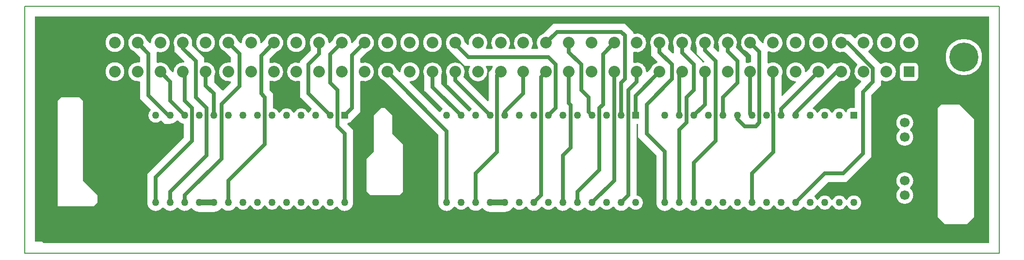
<source format=gbl>
G04 ================== begin FILE IDENTIFICATION RECORD ==================*
G04 Layout Name:  D:/_doc/Guildline/9520/g9520_r1.brd*
G04 Film Name:    BOTTOM*
G04 File Format:  Gerber RS274X*
G04 File Origin:  Cadence Allegro 17.0-S003*
G04 Origin Date:  Sun Jan 08 19:15:00 2017*
G04 *
G04 Layer:  BOARD GEOMETRY/OUTLINE*
G04 Layer:  VIA CLASS/BOTTOM*
G04 Layer:  PIN/BOTTOM*
G04 Layer:  ETCH/BOTTOM*
G04 Layer:  BOARD GEOMETRY/TOOLING_CORNERS*
G04 *
G04 Offset:    (0.00 0.00)*
G04 Mirror:    No*
G04 Mode:      Positive*
G04 Rotation:  0*
G04 FullContactRelief:  No*
G04 UndefLineWidth:     5.00*
G04 ================== end FILE IDENTIFICATION RECORD ====================*
%FSLAX25Y25*MOIN*%
%IR0*IPPOS*OFA0.00000B0.00000*MIA0B0*SFA1.00000B1.00000*%
%ADD10C,.03*%
%ADD13C,.05*%
%ADD12C,.08*%
%ADD16R,.076X.076*%
%ADD15C,.06693*%
%ADD14R,.05X.05*%
%ADD11C,.2*%
%ADD17C,.04*%
%ADD18C,.025*%
%ADD19C,.005*%
%ADD20C,.13004*%
%ADD21C,.25004*%
G75*
%LPD*%
G75*
G36*
G01X-322000Y2000D02*
X-323000Y3000D01*
X-328000D01*
Y158000D01*
X328000D01*
Y2000D01*
X-322000D01*
G37*
%LPC*%
G75*
G36*
G01X266698Y116200D02*
Y123800D01*
G02X269200Y126302I2502J0D01*
G01X276800D01*
G02X279302Y123800I0J-2502D01*
G01Y116200D01*
G02X276800Y113698I-2502J0D01*
G01X269200D01*
G02X266698Y116200I0J2502D01*
G37*
G36*
G01X317502Y19999D02*
X312501Y14998D01*
X297499D01*
X292498Y19999D01*
Y95001D01*
X294999Y97502D01*
X307501D01*
X317502Y87501D01*
Y19999D01*
G37*
G36*
G01X-74998Y37499D02*
X-77499Y34998D01*
X-97501D01*
X-100002Y37499D01*
Y60001D01*
X-95002Y65001D01*
Y90001D01*
X-90001Y95002D01*
X-87499D01*
X-82498Y90001D01*
Y77501D01*
X-74998Y70001D01*
Y37499D01*
G37*
G36*
G01X-284998Y35001D02*
Y29999D01*
X-287499Y27498D01*
X-312502D01*
Y100001D01*
X-310001Y102502D01*
X-297499D01*
X-294998Y100001D01*
Y45001D01*
X-284998Y35001D01*
G37*
G36*
G01X273507Y80320D02*
G03Y79680I240J-320D01*
G02X266493I-3507J-4680D01*
G03Y80320I-240J320D01*
G02X273507I3507J4680D01*
G37*
G36*
G01Y40320D02*
G03Y39680I240J-320D01*
G02X266493I-3507J-4680D01*
G03Y40320I-240J320D01*
G02X273507I3507J4680D01*
G37*
G36*
G01X175802Y126116D02*
G03X176387Y125762I400J0D01*
G02X185152Y116967I3014J-5762D01*
G01Y103651D01*
G03X185834Y103368I400J0D01*
G01X195281Y112815D01*
G03X194999Y113498I-283J283D01*
G02X201502Y120001I1J6502D01*
G03X202185Y119719I400J1D01*
G01X204388Y121922D01*
X204403Y121969D01*
G02X216686Y122287I6197J-1969D01*
G03X217344Y122145I375J141D01*
G01X220950Y125752D01*
X223167D01*
X223210Y125774D01*
G02X225164Y113581I2990J-5774D01*
G01X225063Y113597D01*
X206753Y95287D01*
G03X206885Y94633I282J-283D01*
G02X209630Y91893I-1885J-4633D01*
G03X210370I370J152D01*
G02X219630I4630J-1893D01*
G03X220370I370J152D01*
G02X229614Y91931I4630J-1893D01*
G01X229665Y91809D01*
X229998D01*
Y92500D01*
G02X232500Y95002I2502J0D01*
G01X235522D01*
Y108656D01*
X240002Y113136D01*
G03X239840Y113800I-283J283D01*
G02X237269Y124663I1960J6200D01*
G03X237273Y125233I-279J287D01*
G01X228563Y133943D01*
G02X229233Y145752I-2363J6058D01*
G01X233022D01*
X235564Y143210D01*
G03X236192Y143290I283J283D01*
G02X245090Y134392I5608J-3290D01*
G03X245010Y133764I203J-345D01*
G01X253539Y125234D01*
X253677Y125330D01*
G02X254387Y114238I3723J-5330D01*
G03X253802Y113884I-185J-354D01*
G01Y110668D01*
X247026Y103892D01*
Y61392D01*
X229882Y44248D01*
X217382D01*
X207831Y34697D01*
G03X207883Y34087I283J-283D01*
G02X209630Y31893I-2882J-4088D01*
G03X210370I370J152D01*
G02X219630I4630J-1893D01*
G03X220370I370J152D01*
G02X229630I4630J-1893D01*
G03X230370I370J152D01*
G02Y28107I4630J-1893D01*
G03X229630I-370J-152D01*
G02X220370I-4630J1893D01*
G03X219630I-370J-152D01*
G02X210370I-4630J1893D01*
G03X209630I-370J-152D01*
G02X200913Y27117I-4630J1893D01*
G03X200303Y27169I-327J-231D01*
G01X199067Y25933D01*
G02X189920Y27303I-4067J4067D01*
G03X189229Y27329I-353J-188D01*
G02X180370Y28107I-4229J2671D01*
G03X179630I-370J-152D01*
G02X170771Y27329I-4630J1893D01*
G03X170080Y27303I-338J-214D01*
G02X159920I-5080J2697D01*
G03X159229Y27329I-353J-188D01*
G02X150370Y28107I-4229J2671D01*
G03X149630I-370J-152D01*
G02X140370I-4630J1893D01*
G03X139630I-370J-152D01*
G02X130771Y27329I-4630J1893D01*
G03X130080Y27303I-338J-214D01*
G02X120325Y26650I-5080J2697D01*
G03X119675I-325J-233D01*
G02X110325I-4675J3350D01*
G03X109675I-325J-233D01*
G02X99248Y30000I-4675J3350D01*
G01Y62618D01*
X86748Y75118D01*
Y83998D01*
G03X86261Y84388I-400J0D01*
G02X85920Y84322I-1263J5611D01*
G01X85751Y84295D01*
Y34948D01*
X85915Y34918D01*
G02X80913Y27117I-915J-4918D01*
G03X80303Y27169I-327J-231D01*
G01X79067Y25933D01*
G02X69920Y27303I-4067J4067D01*
G03X69229Y27329I-353J-188D01*
G02X60913Y27117I-4229J2671D01*
G03X60303Y27169I-327J-231D01*
G01X59067Y25933D01*
G02X50325Y26650I-4067J4067D01*
G03X49675I-325J-233D01*
G02X40325I-4675J3350D01*
G03X39675I-325J-233D01*
G02X29920Y27303I-4675J3350D01*
G03X29229Y27329I-353J-188D01*
G02X20913Y27117I-4229J2671D01*
G03X20303Y27169I-327J-231D01*
G01X19067Y25933D01*
G02X9920Y27303I-4067J4067D01*
G03X9229Y27329I-353J-188D01*
G02X1224Y26719I-4229J2671D01*
G03X579Y26662I-302J-262D01*
G02X-5000Y23498I-5579J3337D01*
G01X-15000D01*
G02X-20171Y26060I1J6501D01*
G03X-20783Y26089I-318J-243D01*
G02X-30080Y27303I-4217J3911D01*
G03X-30771Y27329I-353J-188D01*
G02X-39229I-4229J2671D01*
G03X-39920Y27303I-338J-214D01*
G02X-50752Y30000I-5080J2697D01*
G01Y76818D01*
X-87723Y113789D01*
G02X-79589Y121923I1923J6211D01*
G01X-77385Y119719D01*
G03X-76702Y120001I283J283D01*
G02X-70199Y113498I6502J-1D01*
G03X-70481Y112815I1J-400D01*
G01X-50006Y92339D01*
G03X-49373Y92428I283J283D01*
G02X-47883Y94087I4373J-2429D01*
G03X-47831Y94697I-231J327D01*
G01X-60352Y107218D01*
Y116967D01*
G02X-48848I5752J3033D01*
G01Y111982D01*
X-30933Y94067D01*
G02X-29920Y92697I-4067J-4067D01*
G03X-29229Y92671I353J188D01*
G02X-27883Y94087I4228J-2672D01*
G03X-27831Y94697I-231J327D01*
G01X-44752Y111618D01*
Y116967D01*
G02X-33226Y117010I5752J3033D01*
G01X-33248Y116967D01*
Y116382D01*
X-16684Y99818D01*
G03X-16002Y100101I282J283D01*
G01Y119932D01*
X-14012Y121922D01*
X-13997Y121969D01*
G02X-13197Y123626I6196J-1970D01*
G03X-13529Y124248I-332J222D01*
G01X-17671D01*
G03X-18003Y123626I0J-400D01*
G02X-28797I-5397J-3626D01*
G03X-29129Y124248I-332J222D01*
G01X-32382D01*
X-43037Y134903D01*
X-43046Y134910D01*
G02X-44090Y135954I4046J5090D01*
G01X-44097Y135963D01*
X-44752Y136618D01*
Y136967D01*
X-44774Y137010D01*
G02X-32540Y140735I5774J2990D01*
G01X-32532Y140666D01*
X-30499Y138633D01*
G03X-29821Y138979I283J283D01*
G02X-18003Y136374I6421J1021D01*
G03X-17671Y135752I332J-222D01*
G01X-13529D01*
G03X-13197Y136374I0J400D01*
G02X-2403I5397J3626D01*
G03X-2071Y135752I332J-222D01*
G01X2071D01*
G03X2403Y136374I0J400D01*
G02X13197I5397J3626D01*
G03X13529Y135752I332J-222D01*
G01X17671D01*
G03X18003Y136374I0J400D01*
G02X21431Y146197I5397J3626D01*
G01X21478Y146212D01*
X28518Y153252D01*
X77382D01*
X83252Y147382D01*
Y146559D01*
G03X83776Y146179I400J0D01*
G02Y133821I2024J-6179D01*
G03X83252Y133441I-124J-380D01*
G01Y126559D01*
G03X83776Y126179I400J0D01*
G02X92302Y120001I2024J-6179D01*
G03X92985Y119719I400J1D01*
G01X95189Y121923D01*
G02X99732Y126284I6211J-1923D01*
G03X99912Y126954I-102J387D01*
G01X95648Y131218D01*
Y136967D01*
G02X107174Y137010I5752J3033D01*
G01X107152Y136967D01*
Y135982D01*
X110566Y132568D01*
G03X111248Y132851I282J283D01*
G01Y136967D01*
G02X122774Y137010I5752J3033D01*
G01X122752Y136967D01*
Y135382D01*
X130752Y127382D01*
Y126748D01*
G03X131235Y126357I400J0D01*
G02X131970Y126471I1362J-6357D01*
G03X132214Y127152I-39J398D01*
G01X126848Y132518D01*
Y136967D01*
G02X138516Y137302I5752J3033D01*
G01X138458Y137176D01*
X141766Y133868D01*
G03X142448Y134151I282J283D01*
G01Y136967D01*
X142426Y137010D01*
G02X153974I5774J2990D01*
G01X153952Y136967D01*
Y136682D01*
X160752Y129882D01*
Y126374D01*
G03X161305Y126004I400J-1D01*
G02X163893Y126501I2495J-6004D01*
G03X164298Y126901I5J400D01*
G01Y131368D01*
X161878Y133788D01*
X161831Y133803D01*
G02X170011Y141923I1969J6197D01*
G01X172215Y139719D01*
G03X172898Y140001I283J283D01*
G02X176387Y134238I6502J-1D01*
G03X175802Y133884I-185J-354D01*
G01Y126116D01*
G37*
G36*
G01X-255752Y126788D02*
Y130218D01*
X-259322Y133788D01*
X-259369Y133803D01*
G02X-251189Y141923I1969J6197D01*
G01X-248985Y139719D01*
G03X-248302Y140001I283J283D01*
G02X-243730Y133791I6502J-1D01*
G03X-244248Y133409I-118J-382D01*
G01Y126591D01*
G03X-243730Y126209I400J0D01*
G02X-235603Y121969I1930J-6209D01*
G01X-235588Y121922D01*
X-233385Y119719D01*
G03X-232702Y120001I283J283D01*
G02X-225609Y126475I6502J-1D01*
G03X-225290Y127156I36J398D01*
G01X-231952Y133818D01*
Y136967D01*
X-231974Y137010D01*
G02X-219945Y138224I5774J2990D01*
G01X-219977Y138111D01*
X-211748Y129882D01*
Y126861D01*
G03X-211305Y126464I400J0D01*
G02X-204848Y116967I705J-6464D01*
G01Y112982D01*
X-199248Y107382D01*
Y107351D01*
G03X-198566Y107068I400J0D01*
G01X-193252Y112382D01*
Y113231D01*
G03X-193730Y113623I-400J0D01*
G02Y126377I-1270J6377D01*
G03X-193252Y126769I78J392D01*
G01Y130118D01*
X-196922Y133788D01*
X-196969Y133803D01*
G02X-188789Y141923I1969J6197D01*
G01X-186585Y139719D01*
G03X-185902Y140001I283J283D01*
G02X-172898I6502J-1D01*
G03X-172215Y139719I400J1D01*
G01X-170011Y141923D01*
G02X-161877Y133789I6211J-1923D01*
G01X-166748Y128918D01*
Y126414D01*
G03X-166201Y126043I400J0D01*
G02Y113957I2401J-6043D01*
G03X-166748Y113586I-147J-371D01*
G01Y107382D01*
X-164248Y104882D01*
Y94948D01*
X-164085Y94918D01*
G02X-160370Y91893I-915J-4918D01*
G03X-159630I370J152D01*
G02X-150370I4630J-1893D01*
G03X-149630I370J152D01*
G02X-140370I4630J-1893D01*
G03X-139630I370J152D01*
G02X-137883Y94087I4629J-1894D01*
G03X-137831Y94697I-231J327D01*
G01X-145752Y102618D01*
Y113409D01*
G03X-146270Y113791I-400J0D01*
G02Y126209I-1930J6209D01*
G03X-145752Y126591I118J382D01*
G01Y127382D01*
X-138352Y134782D01*
Y136967D01*
X-138374Y137010D01*
G02X-126098Y140001I5774J2990D01*
G03X-125415Y139719I400J1D01*
G01X-123211Y141923D01*
G02X-110498Y140001I6211J-1923D01*
G03X-109815Y139719I400J1D01*
G01X-107611Y141923D01*
G02X-99431Y133803I6211J-1923D01*
G01X-99478Y133788D01*
X-104249Y129018D01*
Y126453D01*
G03X-103707Y126079I400J0D01*
G02Y113921I2307J-6079D01*
G03X-104248Y113547I-141J-374D01*
G01Y92618D01*
X-110112Y86754D01*
X-110127Y86710D01*
G02X-112106Y85030I-2373J790D01*
G02X-113118Y84565I-2896J4969D01*
G03X-113270Y83904I131J-378D01*
G01X-109248Y79882D01*
Y30000D01*
G02X-120080Y27303I-5752J0D01*
G03X-120771Y27329I-353J-188D01*
G02X-129630Y28107I-4229J2671D01*
G03X-130370I-370J-152D01*
G02X-139630I-4630J1893D01*
G03X-140370I-370J-152D01*
G02X-149630I-4630J1893D01*
G03X-150370I-370J-152D01*
G02X-159630I-4630J1893D01*
G03X-160370I-370J-152D01*
G02X-169630I-4630J1893D01*
G03X-170370I-370J-152D01*
G02X-179630I-4630J1893D01*
G03X-180370I-370J-152D01*
G02X-189229Y27329I-4630J1893D01*
G03X-189920Y27303I-338J-214D01*
G02X-199217Y26089I-5080J2697D01*
G03X-199829Y26060I-294J-272D01*
G02X-205000Y23498I-5172J3939D01*
G01X-215000D01*
G02X-220171Y26060I1J6501D01*
G03X-220783Y26089I-318J-243D01*
G02X-229675Y26650I-4217J3911D01*
G03X-230325I-325J-233D01*
G02X-239675I-4675J3350D01*
G03X-240325I-325J-233D01*
G02X-250752Y30000I-4675J3350D01*
G01Y49882D01*
X-225752Y74882D01*
Y84295D01*
X-225920Y84322D01*
G02X-229067Y85933I921J5678D01*
G01X-229766Y86632D01*
G03X-230371Y86587I-283J-283D01*
G02X-235000Y84248I-4630J3413D01*
G01X-238622D01*
X-240867Y86493D01*
G03X-241435Y86491I-283J-282D01*
G02X-248509Y93565I-3565J3509D01*
G03X-248507Y94133I-280J285D01*
G01X-255752Y101378D01*
Y113212D01*
G03X-256224Y113605I-400J0D01*
G02Y126395I-1176J6395D01*
G03X-255752Y126788I72J393D01*
G37*
G54D20*
X-273000Y120000D03*
Y140000D03*
X-210600D03*
X-148200D03*
X-70200D03*
X-85800D03*
X-54600D03*
X195000D03*
X210600D03*
X257400D03*
X273000D03*
G54D21*
X310600Y130000D03*
%LPD*%
G75*
G54D10*
X-320000Y5000D03*
X-325128Y25004D03*
Y65004D03*
Y45004D03*
Y85004D03*
Y125004D03*
Y105004D03*
Y145004D03*
X-284362Y3686D03*
X-304362D03*
X-264362D03*
X-224362D03*
X-244362D03*
X-204362D03*
X-164362D03*
X-184362D03*
X-144362D03*
X-104362D03*
X-124362D03*
X-84362D03*
X-44362D03*
X-64362D03*
X-24362D03*
X15638D03*
X-4362D03*
X35638D03*
X75638D03*
X55638D03*
X95638D03*
X135638D03*
X115638D03*
X155638D03*
X195638D03*
X175638D03*
X215638D03*
X255638D03*
X235638D03*
X275638D03*
X315638D03*
X295638D03*
X325170Y4896D03*
Y24896D03*
Y44896D03*
Y64896D03*
Y84896D03*
Y104896D03*
Y124896D03*
Y144896D03*
G54D11*
X-310600Y130000D03*
X310600D03*
G54D12*
X-273000Y120000D03*
X-257400D03*
Y140000D03*
X-273000D03*
X-241800Y120000D03*
X-226200D03*
Y140000D03*
X-241800D03*
X-210600Y120000D03*
X-195000D03*
Y140000D03*
X-210600D03*
X-179400Y120000D03*
X-163800D03*
Y140000D03*
X-179400D03*
X-148200Y120000D03*
X-132600D03*
Y140000D03*
X-148200D03*
X-117000Y120000D03*
X-101400D03*
Y140000D03*
X-117000D03*
X-85800Y120000D03*
X-70200D03*
Y140000D03*
X-85800D03*
X-54600Y120000D03*
X-39000D03*
Y140000D03*
X-54600D03*
X-23400Y120000D03*
X-7800D03*
Y140000D03*
X-23400D03*
X7800Y120000D03*
X23400D03*
Y140000D03*
X7800D03*
X39000Y120000D03*
Y140000D03*
X54600Y120000D03*
X70200D03*
Y140000D03*
X54600D03*
X85800Y120000D03*
X101400D03*
Y140000D03*
X85800D03*
X117000Y120000D03*
X132600D03*
Y140000D03*
X117000D03*
X148200Y120000D03*
X163800D03*
Y140000D03*
X148200D03*
X179400Y120000D03*
X195000D03*
Y140000D03*
X179400D03*
X210600Y120000D03*
X226200D03*
Y140000D03*
X210600D03*
X241800Y120000D03*
X257400D03*
Y140000D03*
X241800D03*
X273000D03*
G54D13*
X-225000Y30000D03*
X-235000D03*
X-245000D03*
Y90000D03*
X-235000D03*
X-225000D03*
X-195000Y30000D03*
X-205000D03*
X-215000D03*
Y90000D03*
X-205000D03*
X-195000D03*
X-165000Y30000D03*
X-175000D03*
X-185000D03*
Y90000D03*
X-175000D03*
X-165000D03*
X-135000Y30000D03*
X-145000D03*
X-155000D03*
Y90000D03*
X-145000D03*
X-135000D03*
X-115000Y30000D03*
X-125000D03*
Y90000D03*
X-45000Y30000D03*
Y90000D03*
X-15000Y30000D03*
X-25000D03*
X-35000D03*
Y90000D03*
X-25000D03*
X-15000D03*
X15000Y30000D03*
X5000D03*
X-5000D03*
Y90000D03*
X5000D03*
X15000D03*
X45000Y30000D03*
X35000D03*
X25000D03*
Y90000D03*
X35000D03*
X45000D03*
X75000Y30000D03*
X65000D03*
X55000D03*
Y90000D03*
X65000D03*
X75000D03*
X105000Y30000D03*
X85000D03*
X105000Y90000D03*
X135000Y30000D03*
X125000D03*
X115000D03*
Y90000D03*
X125000D03*
X135000D03*
X165000Y30000D03*
X155000D03*
X145000D03*
Y90000D03*
X155000D03*
X165000D03*
X195000Y30000D03*
X185000D03*
X175000D03*
Y90000D03*
X185000D03*
X195000D03*
X225000Y30000D03*
X215000D03*
X205000D03*
Y90000D03*
X215000D03*
X225000D03*
X235000Y30000D03*
G54D14*
X-115000Y90000D03*
X85000D03*
X235000D03*
G54D15*
X270000Y35000D03*
Y45000D03*
Y75000D03*
Y85000D03*
G54D16*
X273000Y120000D03*
G54D17*
G01X-205000Y30000D02*
X-215000D01*
G01X-5000D02*
X-15000D01*
G54D18*
G01X-257400Y140000D02*
X-250000Y132600D01*
Y103760D01*
X-236240Y90000D01*
X-235000D01*
G01X-245000Y30000D02*
Y47500D01*
X-220000Y72500D01*
Y95000D01*
X-225000Y100000D01*
Y118800D01*
X-226200Y120000D01*
G01X-235000Y30000D02*
Y37500D01*
X-210000Y62500D01*
Y95000D01*
X-217500Y102500D01*
Y127500D01*
X-226200Y136200D01*
Y140000D01*
G01X-225000Y30000D02*
Y35000D01*
X-199750Y60250D01*
Y97750D01*
X-187500Y110000D01*
Y132500D01*
X-195000Y140000D01*
G01X-241800Y120000D02*
X-235000Y113200D01*
Y100000D01*
X-225000Y90000D01*
G01X-195000Y30000D02*
Y45000D01*
X-170000Y70000D01*
Y102500D01*
X-172500Y105000D01*
Y131300D01*
X-163800Y140000D01*
G01X-210600Y120000D02*
Y110600D01*
X-205000Y105000D01*
Y90000D01*
G01X-125000D02*
X-140000Y105000D01*
Y125000D01*
X-132600Y132400D01*
Y140000D01*
G01X-117000D02*
X-125000Y132000D01*
Y112500D01*
X-120000Y107500D01*
Y82500D01*
X-115000Y77500D01*
Y30000D01*
G01Y90000D02*
X-110000Y95000D01*
Y131400D01*
X-101400Y140000D01*
G01X-85800Y120000D02*
X-45000Y79200D01*
Y30000D01*
G01X-54600Y120000D02*
Y109600D01*
X-35000Y90000D01*
G01X-39000Y120000D02*
Y114000D01*
X-15000Y90000D01*
G01X-39000Y140000D02*
Y139000D01*
X-30000Y130000D01*
X25000D01*
X30000Y125000D01*
Y95000D01*
X25000Y90000D01*
G01X-25000Y30000D02*
Y50000D01*
X-10250Y64750D01*
Y117550D01*
X-7800Y120000D01*
G01X23400D02*
X20000Y116600D01*
Y35000D01*
X15000Y30000D01*
G01X-5000Y90000D02*
Y92500D01*
X7800Y105300D01*
Y120000D01*
G01X35000Y30000D02*
Y62500D01*
X40250Y67750D01*
Y97250D01*
X39000Y98500D01*
Y120000D01*
G01X45000Y30000D02*
Y37500D01*
X60000Y52500D01*
Y95000D01*
X62500Y97500D01*
Y132300D01*
X70200Y140000D01*
G01X55000Y90000D02*
X52500Y92500D01*
Y102500D01*
X47500Y107500D01*
Y125000D01*
X39000Y133500D01*
Y140000D01*
G01X75000Y90000D02*
Y112500D01*
X77500Y115000D01*
Y145000D01*
X75000Y147500D01*
X30900D01*
X23400Y140000D01*
G01X75000Y30000D02*
X80000Y35000D01*
Y107500D01*
X85800Y113300D01*
Y120000D01*
G01X70200D02*
Y45200D01*
X55000Y30000D01*
G01X101400Y140000D02*
Y133600D01*
X110000Y125000D01*
Y115000D01*
X92500Y97500D01*
Y77500D01*
X105000Y65000D01*
Y30000D01*
G01X85000Y90000D02*
Y103600D01*
X101400Y120000D01*
G01X125000Y30000D02*
Y57500D01*
X140000Y72500D01*
Y127500D01*
X132600Y134900D01*
Y140000D01*
G01X117000D02*
Y133000D01*
X125000Y125000D01*
Y107500D01*
X120000Y102500D01*
Y85000D01*
X115000Y80000D01*
Y30000D01*
G01X125000Y90000D02*
X132600Y97600D01*
Y120000D01*
G01X115000Y90000D02*
Y118000D01*
X117000Y120000D01*
G01X165000Y30000D02*
Y50000D01*
X179750Y64750D01*
Y91968D01*
X179400Y92318D01*
Y120000D01*
G01X163800D02*
Y91200D01*
X165000Y90000D01*
G01X163800Y140000D02*
X170050Y133750D01*
Y85050D01*
X167500Y82500D01*
X160000D01*
X155000Y87500D01*
Y90000D01*
G01X145000D02*
Y102500D01*
X155000Y112500D01*
Y127500D01*
X148200Y134300D01*
Y140000D01*
G01X195000Y30000D02*
X215000Y50000D01*
X227500D01*
X241274Y63774D01*
Y106274D01*
X248050Y113050D01*
Y122590D01*
X230640Y140000D01*
X226200D01*
G01X195000Y90000D02*
Y91668D01*
X223332Y120000D01*
X226200D01*
G01X185000Y90000D02*
Y94400D01*
X210600Y120000D01*
G54D19*
G01X-335000Y-5000D02*
Y165000D01*
X335000D01*
Y-5000D01*
X-335000D01*
M02*

</source>
